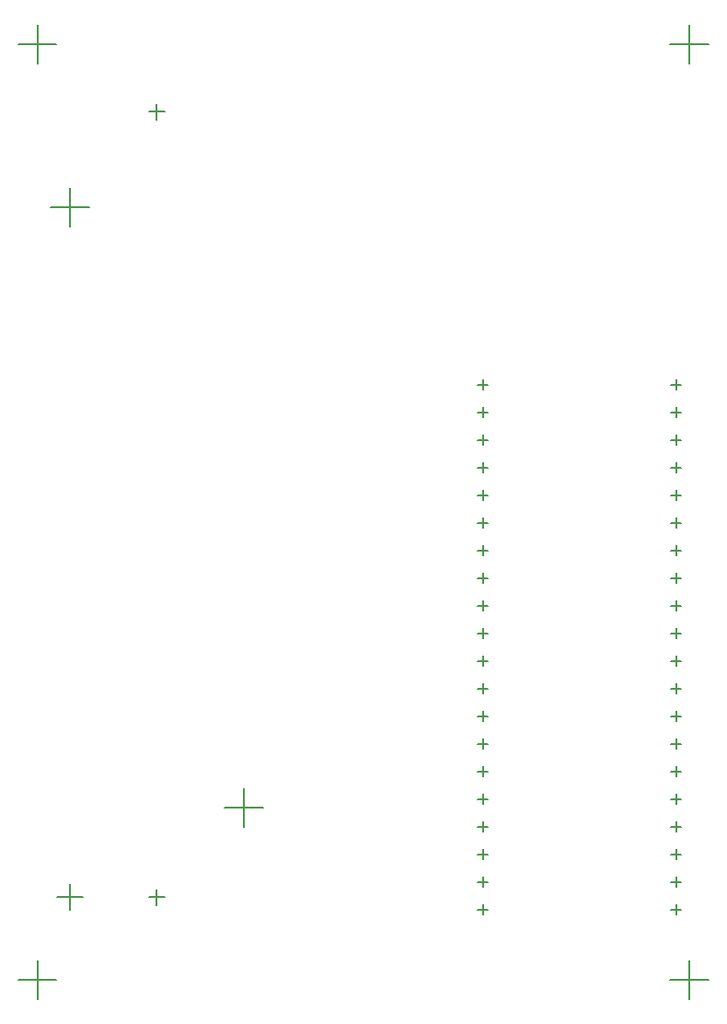
<source format=gbr>
G04 Layer_Color=128*
%FSLAX24Y24*%
%MOIN*%
%TF.FileFunction,Drillmap*%
%TF.Part,Single*%
G01*
G75*
%TA.AperFunction,NonConductor*%
%ADD27C,0.0050*%
D27*
X11811Y12293D02*
Y13691D01*
X11112Y12992D02*
X12510D01*
X12992Y15506D02*
Y16447D01*
X13463Y15976D02*
X12522D01*
X15866D02*
X16417D01*
X16142Y16252D02*
Y15701D01*
X19291Y18514D02*
Y19911D01*
X19990Y19213D02*
X18593D01*
X27776Y15535D02*
X28130D01*
Y16535D02*
X27776D01*
X27953Y16358D02*
Y16713D01*
Y15713D02*
Y15358D01*
X28130Y17535D02*
X27776D01*
X27953Y17358D02*
Y17713D01*
X28130Y18535D02*
X27776D01*
X27953Y18358D02*
Y18713D01*
X28130Y19535D02*
X27776D01*
X27953Y19358D02*
Y19713D01*
X28130Y20535D02*
X27776D01*
X27953Y20358D02*
Y20713D01*
X28130Y21535D02*
X27776D01*
X27953Y21358D02*
Y21713D01*
X28130Y22535D02*
X27776D01*
X27953Y22358D02*
Y22713D01*
X28130Y23535D02*
X27776D01*
X27953Y23358D02*
Y23713D01*
X28130Y24535D02*
X27776D01*
X27953Y24358D02*
Y24713D01*
X28130Y25535D02*
X27776D01*
X27953Y25358D02*
Y25713D01*
X28130Y26535D02*
X27776D01*
X27953Y26358D02*
Y26713D01*
X28130Y27535D02*
X27776D01*
X27953Y27358D02*
Y27713D01*
X28130Y28535D02*
X27776D01*
X27953Y28358D02*
Y28713D01*
X28130Y29535D02*
X27776D01*
X27953Y29358D02*
Y29713D01*
X28130Y30535D02*
X27776D01*
X27953Y30358D02*
Y30713D01*
X28130Y31535D02*
X27776D01*
X27953Y31358D02*
Y31713D01*
X28130Y32535D02*
X27776D01*
X27953Y32358D02*
Y32713D01*
X28130Y33535D02*
X27776D01*
X27953Y33358D02*
Y33713D01*
X28130Y34535D02*
X27776D01*
X27953Y34358D02*
Y34713D01*
X34776Y27535D02*
X35130D01*
Y26535D02*
X34776D01*
X34953Y26358D02*
Y26713D01*
Y25713D02*
Y25358D01*
X34776Y25535D02*
X35130D01*
Y24535D02*
X34776D01*
X34953Y24358D02*
Y24713D01*
Y23713D02*
Y23358D01*
X34776Y23535D02*
X35130D01*
Y22535D02*
X34776D01*
X34953Y22358D02*
Y22713D01*
Y21713D02*
Y21358D01*
X34776Y21535D02*
X35130D01*
Y20535D02*
X34776D01*
X34953Y20358D02*
Y20713D01*
Y19713D02*
Y19358D01*
X34776Y19535D02*
X35130D01*
Y18535D02*
X34776D01*
X34953Y18358D02*
Y18713D01*
Y17713D02*
Y17358D01*
X34776Y17535D02*
X35130D01*
Y16535D02*
X34776D01*
X34953Y16358D02*
Y16713D01*
Y15713D02*
Y15358D01*
X34776Y15535D02*
X35130D01*
X34734Y12992D02*
X36132D01*
X35433Y13691D02*
Y12293D01*
X34953Y27358D02*
Y27713D01*
X35130Y28535D02*
X34776D01*
X34953Y28358D02*
Y28713D01*
X35130Y29535D02*
X34776D01*
X34953Y29358D02*
Y29713D01*
X35130Y30535D02*
X34776D01*
X34953Y30358D02*
Y30713D01*
X35130Y31535D02*
X34776D01*
X34953Y31358D02*
Y31713D01*
X35130Y32535D02*
X34776D01*
X34953Y32358D02*
Y32713D01*
X35130Y33535D02*
X34776D01*
X34953Y33358D02*
Y33713D01*
X35130Y34535D02*
X34776D01*
X34953Y34358D02*
Y34713D01*
X36132Y46850D02*
X34734D01*
X35433Y46152D02*
Y47549D01*
X16417Y44409D02*
X15866D01*
X16142Y44134D02*
Y44685D01*
X12992Y41644D02*
Y40246D01*
X13691Y40945D02*
X12293D01*
X12510Y46850D02*
X11112D01*
X11811Y46152D02*
Y47549D01*
%TF.MD5,788ced2d1eeed5e179192e491fcfe820*%
M02*

</source>
